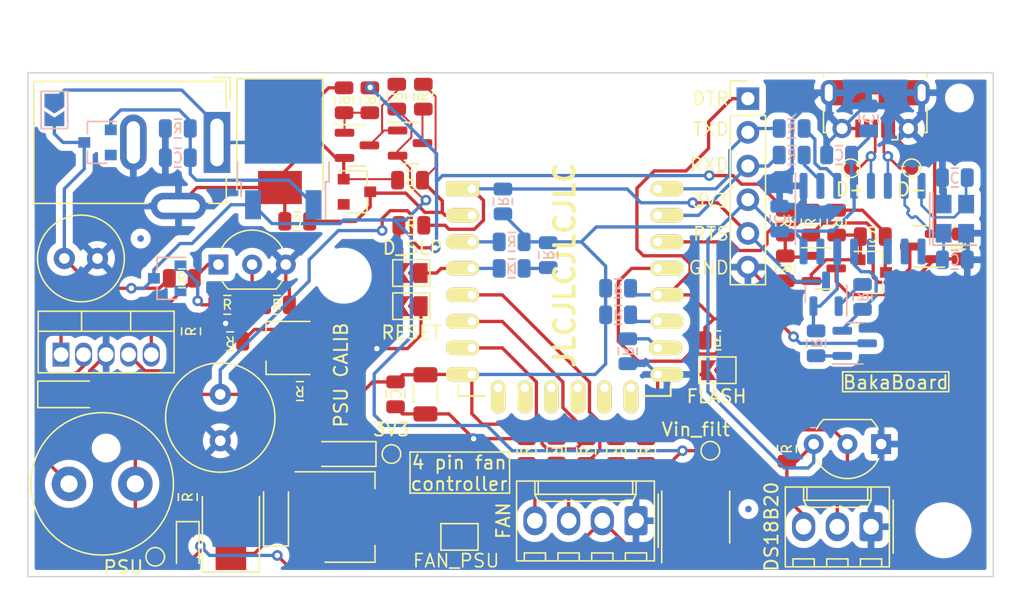
<source format=kicad_pcb>
(kicad_pcb (version 20211014) (generator pcbnew)
  (layers (0 "F.Cu" signal) (31 "B.Cu" signal) (34 "B.Paste" user) (35 "F.Paste" user) (36 "B.SilkS" user "B.Silkscreen") (37 "F.SilkS" user "F.Silkscreen") (38 "B.Mask" user) (39 "F.Mask" user) (44 "Edge.Cuts" user))
  (net 0 "")
  (net 1 "GND")
  (net 2 "/Vin")
  (net 3 "/PWM")
  (net 4 "/RPM")
  (net 5 "/PWMpin")
  (net 6 "/oneWire")
  (net 7 "/V_MON")
  (net 8 "/3V3")
  (net 9 "/USB_sense")
  (net 10 "/POW_EN")
  (net 11 "/FAN_POW")
  (net 12 "Net-(Q3-Pad1)")
  (net 13 "Net-(D4-Pad2)")
  (net 14 "/XTAL_N")
  (net 15 "/Vin_filt")
  (net 16 "/PSU")
  (net 17 "/XTAL_P")
  (net 18 "Net-(D6-Pad1)")
  (net 19 "Net-(D8-Pad2)")
  (net 20 "/GPIO16")
  (net 21 "/USB_P")
  (net 22 "/USB_5V")
  (net 23 "/USB_N")
  (net 24 "/GPIO0")
  (net 25 "/nRST")
  (net 26 "Net-(R18-Pad1)")
  (net 27 "Net-(Q3-Pad2)")
  (net 28 "Net-(R10-Pad2)")
  (net 29 "Net-(R11-Pad2)")
  (net 30 "Net-(C2-Pad1)")
  (net 31 "Net-(JP3-Pad1)")
  (net 32 "Net-(Q6-Pad1)")
  (net 33 "Net-(R19-Pad1)")
  (net 34 "Net-(JP4-Pad2)")
  (net 35 "Net-(Q2-Pad1)")
  (net 36 "/GPIO2")
  (net 37 "/EN")
  (net 38 "/GPIO15")
  (net 45 "Net-(Q2-Pad3)")
  (net 46 "Net-(R11-Pad1)")
  (net 47 "Net-(R10-Pad1)")
  (net 48 "Net-(R12-Pad1)")
  (net 49 "Net-(R13-Pad1)")
  (net 56 "Net-(C10-Pad1)")
  (net 57 "Net-(R2-Pad2)")
  (net 58 "Net-(R14-Pad2)")
  (net 59 "Net-(Q5-Pad3)")
  (net 60 "Net-(Q8-Pad3)")
  (net 61 "/RXD0")
  (net 62 "/TXD0")
  (footprint "Diode_SMD:D_SOD-123" (layer "F.Cu") (at 146 81.25)
    (fp_text reference "D6")
    (fp_text value "RB160M")
  )
  (footprint "agro-footprint:RES_0805" (layer "F.Cu") (at 154.6 72.5)
    (fp_text reference "R9" hide)
    (fp_text value "47k")
  )
  (footprint "Package_TO_SOT_THT:TO-220-5_Vertical" (layer "F.Cu") (at 145.5 78.25)
    (fp_text reference "U3" hide)
    (fp_text value "LM2575BT-ADJ")
  )
  (footprint "agro-footprint:RES_0805" (layer "F.Cu") (at 155.3 76.5 90)
    (fp_text reference "R18" hide)
    (fp_text value "1k1 1%")
  )
  (footprint "agro-footprint:RES_0805" (layer "F.Cu") (at 158.03 74.5)
    (fp_text reference "R7" hide)
    (fp_text value "10k")
  )
  (footprint "agro-footprint:RES_0805" (layer "F.Cu") (at 172.8 58.8 90)
    (fp_text reference "R4" hide)
    (fp_text value "6k8")
  )
  (footprint "agro-footprint:RES_0805" (layer "F.Cu") (at 200.2 85.36 90)
    (fp_text reference "R6" hide)
    (fp_text value "4k7")
  )
  (footprint "Diode_SMD:D_SMB" (layer "F.Cu") (at 158.3 91.1 90)
    (fp_text reference "D7")
    (fp_text value "10BQ015")
  )
  (footprint "Connector_Molex:Molex_KK-254_AE-6410-03A_1x03_P2.54mm_Vertical" (layer "F.Cu") (at 206.54 91.23 180)
    (fp_text reference "J3")
    (fp_text value "Conn_01x03")
  )
  (footprint "Package_TO_SOT_THT:TO-92_Inline_Wide" (layer "F.Cu") (at 157.36 71.46)
    (fp_text reference "Q3")
    (fp_text value "BC547")
  )
  (footprint "Connector_USB:USB_Micro-B_Molex-105017-0001" (layer "F.Cu") (at 206.855 59.7375 180)
    (fp_text reference "J1")
    (fp_text value "USB_B_Micro")
  )
  (footprint "agro-footprint:RES_0805" (layer "F.Cu") (at 158.25 77.25 180)
    (fp_text reference "R19" hide)
    (fp_text value "3k3 1%")
  )
  (footprint "Connector_BarrelJack:BarrelJack_GCT_DCJ200-10-A_Horizontal" (layer "F.Cu") (at 157.25 62.25 -90)
    (fp_text reference "J2")
    (fp_text value "Barrel_Jack_Switch")
  )
  (footprint "Capacitor_THT:C_Radial_D6.3mm_H11.0mm_P2.50mm" (layer "F.Cu") (at 145.75 71)
    (fp_text reference "C4" hide)
    (fp_text value "47u")
  )
  (footprint "Jumper:SolderJumper-2_P1.3mm_Open_TrianglePad1.0x1.5mm" (layer "F.Cu") (at 175.525 92)
    (fp_text reference "JP2" hide)
    (fp_text value "SolderJumper_2_Open")
  )
  (footprint "Inductor_THT:L_Radial_D10.5mm_P5.00mm_Abacron_AISR-01" (layer "F.Cu") (at 151.1 88 180)
    (fp_text reference "L1" hide)
    (fp_text value "470u")
  )
  (footprint "fanControl:BRCS4484" (layer "F.Cu") (at 193.33 90.5 90)
    (fp_text reference "Q6")
    (fp_text value "BRCS4484")
  )
  (footprint "Connector_Molex:Molex_KK-254_AE-6410-04A_1x04_P2.54mm_Vertical" (layer "F.Cu") (at 188.83 90.78 180)
    (fp_text reference "J5")
    (fp_text value "Conn_01x04")
  )
  (footprint "agro-footprint:RES_0805" (layer "F.Cu") (at 171.8 65.1 180)
    (fp_text reference "R5" hide)
    (fp_text value "1k1")
  )
  (footprint "ESP8266:ESP-12E" (layer "F.Cu") (at 176.45875 65.75)
    (fp_text reference "U5")
    (fp_text value "ESP-12E" hide)
  )
  (footprint "Capacitor_THT:C_Radial_D8.0mm_H11.5mm_P3.50mm" (layer "F.Cu") (at 157.5 81.25 -90)
    (fp_text reference "C8")
    (fp_text value "470u")
  )
  (footprint "Package_TO_SOT_SMD:SOT-223-3_TabPin2" (layer "F.Cu") (at 167.25 90.5)
    (fp_text reference "U4")
    (fp_text value "LM1117")
  )
  (footprint "Capacitor_Tantalum_SMD:CP_EIA-3216-18_Kemet-A_Pad1.58x1.35mm_HandSolder" (layer "F.Cu") (at 166.75 85.75 180)
    (fp_text reference "C12")
    (fp_text value "10u 10V")
  )
  (footprint "agro-footprint:RES_0805" (layer "F.Cu") (at 189.58 85.53 90)
    (fp_text reference "R30" hide)
    (fp_text value "100k")
  )
  (footprint "fanControl:pot" (layer "F.Cu") (at 163.25 77.75 90)
    (fp_text reference "RV1")
    (fp_text value "1k")
  )
  (footprint "Connector_PinHeader_2.54mm:PinHeader_1x06_P2.54mm_Vertical" (layer "F.Cu") (at 197.26 58.95)
    (fp_text reference "J4" hide)
    (fp_text value "Conn_01x06")
  )
  (footprint "Fiducial:Fiducial_0.5mm_Mask1.5mm" (layer "F.Cu") (at 200.6 58.7)
    (fp_text reference "FID1")
    (fp_text value "Fiducial")
  )
  (footprint "Fiducial:Fiducial_0.5mm_Mask1.5mm" (layer "F.Cu") (at 159.9 82.9)
    (fp_text reference "FID3")
    (fp_text value "Fiducial")
  )
  (footprint "MountingHole:MountingHole_3.2mm_M3" (layer "F.Cu") (at 212 91.5)
    (fp_text reference "H1")
    (fp_text value "MountingHole")
  )
  (footprint "Capacitor_SMD:C_1206_3216Metric" (layer "F.Cu") (at 172.95875 81.25 -90)
    (fp_text reference "C9")
    (fp_text value "100u")
  )
  (footprint "Package_TO_SOT_THT:TO-92_Inline_Wide" (layer "F.Cu") (at 207.3 85 180)
    (fp_text reference "U1")
    (fp_text value "DS18B20")
  )
  (footprint "TestPoint:TestPoint_Pad_D1.0mm" (layer "F.Cu") (at 152.6 93.5)
    (fp_text reference "TP2")
    (fp_text value "TestPoint")
  )
  (footprint "TestPoint:TestPoint_Pad_D1.0mm" (layer "F.Cu") (at 170.4 85.75)
    (fp_text reference "TP3")
    (fp_text value "TestPoint")
  )
  (footprint "Diode_SMD:D_SMC" (layer "F.Cu") (at 162 62.25 -90)
    (fp_text reference "D1")
    (fp_text value "SMCJ36CA")
  )
  (footprint "TestPoint:TestPoint_Pad_D1.0mm" (layer "F.Cu") (at 194.43 85.5)
    (fp_text reference "TP1")
    (fp_text value "TestPoint")
  )
  (footprint "Jumper:SolderJumper-2_P1.3mm_Open_TrianglePad1.0x1.5mm" (layer "F.Cu") (at 171.9 72.1 180)
    (fp_text reference "JP4")
    (fp_text value "SolderJumper_2_Open")
  )
  (footprint "Jumper:SolderJumper-2_P1.3mm_Open_TrianglePad1.0x1.5mm" (layer "F.Cu") (at 171.9 74.6 180)
    (fp_text reference "JP5")
    (fp_text value "SolderJumper_2_Open")
  )
  (footprint "Diode_SMD:D_SOT-23_ANK" (layer "F.Cu") (at 167.8 65.970577)
    (fp_text reference "D3")
    (fp_text value "BZX84C3V6")
  )
  (footprint "Jumper:SolderJumper-2_P1.3mm_Open_TrianglePad1.0x1.5mm" (layer "F.Cu") (at 194.9625 79.43125 180)
    (fp_text reference "JP3")
    (fp_text value "SolderJumper_2_Open")
  )
  (footprint "agro-footprint:RES_0805" (layer "F.Cu") (at 182.83 85.5 -90)
    (fp_text reference "R31")
    (fp_text value "1k")
  )
  (footprint "Diode_SMD:D_SOT-23_ANK" (layer "F.Cu") (at 206.675 72.05)
    (fp_text reference "D5")
    (fp_text value "BZX84C3V6")
  )
  (footprint "MountingHole:MountingHole_3.2mm_M3" (layer "F.Cu") (at 166.8 72.3)
    (fp_text reference "H2")
    (fp_text value "MountingHole")
  )
  (footprint "agro-footprint:RES_0805" (layer "F.Cu") (at 213.33 70.1 90)
    (fp_text reference "R16")
    (fp_text value "100k")
  )
  (footprint "agro-footprint:RES_0805" (layer "F.Cu") (at 155.05 89 90)
    (fp_text reference "R34")
    (fp_text value "10k")
  )
  (footprint "agro-footprint:RES_0805" (layer "F.Cu") (at 166.83 59.070577 -90)
    (fp_text reference "R35")
    (fp_text value "100k")
  )
  (footprint "Package_TO_SOT_SMD:SOT-23" (layer "F.Cu") (at 210.4 70.1 180)
    (fp_text reference "Q8")
    (fp_text value "BSS84")
  )
  (footprint "agro-footprint:RES_0805" (layer "F.Cu") (at 202 68.3 90)
    (fp_text reference "R17")
    (fp_text value "3k6")
  )
  (footprint "agro-footprint:RES_0805" (layer "F.Cu") (at 163.5 81 180)
    (fp_text reference "R20")
    (fp_text value "1k")
  )
  (footprint "Diode_SMD:D_SOD-323_HandSoldering" (layer "F.Cu") (at 155.05 92.75 -90)
    (fp_text reference "D9")
    (fp_text value "CUS10S30")
  )
  (footprint "Package_TO_SOT_SMD:SOT-23" (layer "F.Cu") (at 202.975 71.75)
    (fp_text reference "Q5")
    (fp_text value "BC847B")
  )
  (footprint "agro-footprint:RES_0805" (layer "F.Cu") (at 185.08 85.53 90)
    (fp_text reference "R32")
    (fp_text value "1k")
  )
  (footprint "fanControl:JLC_toolinghole" (layer "F.Cu") (at 148.9 85.3)
    (fp_text reference "H4")
    (fp_text value "ToolingHole")
  )
  (footprint "agro-footprint:CAP_0805" (layer "F.Cu") (at 206.675 69.35 180)
    (fp_text reference "C14")
    (fp_text value "10n 50V")
  )
  (footprint "TestPoint:TestPoint_Pad_D1.0mm" (layer "F.Cu") (at 209.6 64.2)
    (fp_text reference "TP5")
    (fp_text value "TestPoint")
  )
  (footprint "agro-footprint:RES_0805" (layer "F.Cu") (at 161.77 74.5)
    (fp_text reference "R8")
    (fp_text value "10k")
  )
  (footprint "agro-footprint:RES_0805" (layer "F.Cu") (at 171.9 68.5)
    (fp_text reference "R28")
    (fp_text value "470R")
  )
  (footprint "fanControl:JLC_toolinghole" (layer "F.Cu") (at 213.2 58.9)
    (fp_text reference "H3")
    (fp_text value "ToolingHole")
  )
  (footprint "Package_TO_SOT_SMD:SOT-23" (layer "F.Cu") (at 171.8 62.3)
    (fp_text reference "Q2")
    (fp_text value "BSS84")
  )
  (footprint "agro-footprint:RES_0805" (layer "F.Cu") (at 180.58 85.53 90)
    (fp_text reference "R33")
    (fp_text value "100k")
  )
  (footprint "agro-footprint:RES_0805" (layer "F.Cu") (at 194.9625 77.18125 180)
    (fp_text reference "R26")
    (fp_text value "470R")
  )
  (footprint "agro-footprint:RES_0805" (layer "F.Cu") (at 200.075 68.3 -90)
    (fp_text reference "R14")
    (fp_text value "1k")
  )
  (footprint "agro-footprint:CAP_0805" (layer "F.Cu") (at 170.70875 81.25 -90)
    (fp_text reference "C11")
    (fp_text value "100n")
  )
  (footprint "Package_TO_SOT_SMD:SOT-23" (layer "F.Cu") (at 167.8 62.470577)
    (fp_text reference "Q7")
    (fp_text value "BC847B")
  )
  (footprint "agro-footprint:RES_0805" (layer "F.Cu") (at 168.77 59.070577 -90)
    (fp_text reference "R2")
    (fp_text value "1k")
  )
  (footprint "agro-footprint:RES_0805" (layer "F.Cu") (at 200.075 71.75 -90)
    (fp_text reference "R15")
    (fp_text value "100k")
  )
  (footprint "agro-footprint:RES_0805" (layer "F.Cu") (at 187.33 85.53 -90)
    (fp_text reference "R29")
    (fp_text value "1k")
  )
  (footprint "agro-footprint:RES_0805" (layer "F.Cu") (at 203.945 68.3 -90)
    (fp_text reference "R36")
    (fp_text value "6k8")
  )
  (footprint "agro-footprint:CAP_0805" (layer "F.Cu") (at 163.3 68.2 180)
    (fp_text reference "C13")
    (fp_text value "10n 50V")
  )
  (footprint "agro-footprint:RES_0805" (layer "F.Cu") (at 170.8 58.8 -90)
    (fp_text reference "R3")
    (fp_text value "100k")
  )
  (footprint "Capacitor_Tantalum_SMD:CP_EIA-3216-18_Kemet-A_Pad1.58x1.35mm_HandSolder" (layer "F.Cu") (at 161.7 90.2 90)
    (fp_text reference "C10")
    (fp_text value "10u 10V")
  )
  (footprint "TestPoint:TestPoint_Pad_D1.0mm" (layer "F.Cu") (at 205 64.2)
    (fp_text reference "TP4")
    (fp_text value "TestPoint")
  )
  (footprint "agro-footprint:CAP_0805" (layer "B.Cu") (at 154.3 63.4 180)
    (fp_text reference "C2")
    (fp_text value "10n 50V")
  )
  (footprint "agro-footprint:RES_0805" (layer "B.Cu") (at 154.3 61.2 180)
    (fp_text reference "R1" hide)
    (fp_text value "1k")
  )
  (footprint "Diode_SMD:D_SOT-23_ANK" (layer "B.Cu") (at 148.25 62.25 180)
    (fp_text reference "D2")
    (fp_text value "BZX84C10L")
  )
  (footprint "Diode_SMD:D_SOT-23_ANK" (layer "B.Cu") (at 153.5 72.5 180)
    (fp_text reference "D4")
    (fp_text value "BZX84C6V8L")
  )
  (footprint "agro-footprint:LED_0805" (layer "B.Cu") (at 179.45875 71.75)
    (fp_text reference "D8")
    (fp_text value "LED")
  )
  (footprint "agro-footprint:CAP_0805" (layer "B.Cu") (at 206.355 60.4375 90)
    (fp_text reference "C6")
    (fp_text value "100n")
  )
  (footprint "agro-footprint:CAP_0805" (layer "B.Cu") (at 199.65 68 90)
    (fp_text reference "C5")
    (fp_text value "10u")
  )
  (footprint "agro-footprint:CAP_0805" (layer "B.Cu") (at 212.855 71.1 180)
    (fp_text reference "C1")
    (fp_text value "22p")
  )
  (footprint "agro-footprint:RES_0805" (layer "B.Cu") (at 200.56 63.2 180)
    (fp_text reference "R12")
    (fp_text value "470R")
  )
  (footprint "Package_SO:SOIC-16_3.9x9.9mm_P1.27mm" (layer "B.Cu") (at 205.9 68 -90)
    (fp_text reference "U2")
    (fp_text value "CH340B")
  )
  (footprint "Crystal:Crystal_SMD_3225-4Pin_3.2x2.5mm" (layer "B.Cu") (at 212.855 68 90)
    (fp_text reference "Y1")
    (fp_text value "12M")
  )
  (footprint "Jumper:SolderJumper-2_P1.3mm_Open_TrianglePad1.0x1.5mm" (layer "B.Cu") (at 145 59.8 -90)
    (fp_text reference "JP1")
    (fp_text value "SolderJumper_2_Open")
  )
  (footprint "agro-footprint:RES_0805" (layer "B.Cu") (at 182.20875 70.75 90)
    (fp_text reference "R27")
    (fp_text value "470R")
  )
  (footprint "Fiducial:Fiducial_0.5mm_Mask1.5mm" (layer "B.Cu") (at 151.5 69.5 180)
    (fp_text reference "FID4")
    (fp_text value "Fiducial")
  )
  (footprint "agro-footprint:RES_0805" (layer "B.Cu") (at 178.8 66.7 90)
    (fp_text reference "R24")
    (fp_text value "10k")
  )
  (footprint "Package_TO_SOT_SMD:SOT-23" (layer "B.Cu") (at 205.31 77.4025)
    (fp_text reference "Q9")
    (fp_text value "BC847B")
  )
  (footprint "agro-footprint:RES_0805" (layer "B.Cu") (at 200.56 61.2 180)
    (fp_text reference "R13")
    (fp_text value "470R")
  )
  (footprint "agro-footprint:CAP_0805" (layer "B.Cu") (at 212.855 64.9)
    (fp_text reference "C3")
    (fp_text value "22p")
  )
  (footprint "agro-footprint:RES_0805" (layer "B.Cu") (at 187.47875 75.25)
    (fp_text reference "R22")
    (fp_text value "10k")
  )
  (footprint "Package_TO_SOT_SMD:TO-252-2" (layer "B.Cu") (at 162.25 62.75 90)
    (fp_text reference "Q1")
    (fp_text value "FDD4243")
  )
  (footprint "agro-footprint:RES_0805" (layer "B.Cu") (at 179.45875 69.75 180)
    (fp_text reference "R23")
    (fp_text value "10k")
  )
  (footprint "agro-footprint:RES_0805" (layer "B.Cu") (at 205.9 73.9025 90)
    (fp_text reference "R10")
    (fp_text value "10k")
  )
  (footprint "Fiducial:Fiducial_0.5mm_Mask1.5mm" (layer "B.Cu") (at 197.3 89.9 180)
    (fp_text reference "FID2")
    (fp_text value "Fiducial")
  )
  (footprint "agro-footprint:RES_0805" (layer "B.Cu") (at 202.4 77.4025 90)
    (fp_text reference "R11")
    (fp_text value "10k")
  )
  (footprint "Package_TO_SOT_SMD:SOT-23" (layer "B.Cu") (at 203.15 73.6625 90)
    (fp_text reference "Q4")
    (fp_text value "BC847B")
  )
  (footprint "agro-footprint:CAP_0805" (layer "B.Cu") (at 204.135 63.2 180)
    (fp_text reference "C7")
    (fp_text value "100n")
  )
  (footprint "agro-footprint:RES_0805" (layer "B.Cu") (at 188.20875 78 90)
    (fp_text reference "R25")
    (fp_text value "10k")
  )
  (footprint "agro-footprint:RES_0805" (layer "B.Cu") (at 187.47875 73.25)
    (fp_text reference "R21")
    (fp_text value "10k")
  )
  (gr_line (start 204.4 81.05) (end 204.4 79.55) (layer "F.SilkS") (width 0.12))
  (gr_line (start 212.4 79.55) (end 212.4 81.05) (layer "F.SilkS") (width 0.12))
  (gr_line (start 171.8 88.7) (end 171.8 85.6) (layer "F.SilkS") (width 0.12))
  (gr_line (start 179.3 88.7) (end 171.8 88.7) (layer "F.SilkS") (width 0.12))
  (gr_line (start 171.8 85.6) (end 179.3 85.6) (layer "F.SilkS") (width 0.12))
  (gr_line (start 212.4 81.05) (end 204.4 81.05) (layer "F.SilkS") (width 0.12))
  (gr_rect (start 204.4 79.55) (end 212.4 79.55) (layer "F.SilkS") (width 0.12) (fill none))
  (gr_line (start 179.3 85.6) (end 179.3 88.7) (layer "F.SilkS") (width 0.12))
  (gr_line (start 215.75 57) (end 215.75 95) (layer "Edge.Cuts") (width 0.1))
  (gr_line (start 143 57) (end 215.75 57) (layer "Edge.Cuts") (width 0.1))
  (gr_line (start 143 95) (end 143 57) (layer "Edge.Cuts") (width 0.1))
  (gr_line (start 215.75 95) (end 143 95) (layer "Edge.Cuts") (width 0.1))
  (gr_text "4 pin fan\ncontroller" (at 175.5 87.2) (layer "F.SilkS") (effects (font (size 1 1))))
  (gr_text "JLCJLCJLCJLC" (at 183.45875 71.5 90) (layer "F.SilkS") (effects (font (size 1.5 1.5) (thickness 0.3))))
  (gr_text "BakaBoard" (at 208.4 80.35) (layer "F.SilkS") (effects (font (size 1 1))))
  (segment (start 204.355 61.2) (end 205.555 61.2) (width 0.25) (layer "F.Cu") (net 1))
  (segment (start 203.945 69.2375) (end 205.625 69.2375) (width 0.25) (layer "F.Cu") (net 1))
  (segment (start 170.8625 65.1) (end 170.783077 65.020577) (width 0.15) (layer "F.Cu") (net 1))
  (segment (start 162.8 88.2) (end 164.1 88.2) (width 0.25) (layer "F.Cu") (net 1))
  (segment (start 164.1 88.2) (end 164.1 86.9625) (width 0.25) (layer "F.Cu") (net 1))
  (segment (start 175.4 83.4) (end 176.5925 84.5925) (width 0.25) (layer "F.Cu") (net 1))
  (segment (start 198.2975 72.6875) (end 197.26 71.65) (width 0.25) (layer "F.Cu") (net 1))
  (segment (start 156.7 75.9) (end 157.9 75.9) (width 0.25) (layer "F.Cu") (net 1))
  (segment (start 157.5 84.75) (end 161.5125 88.7625) (width 0.25) (layer "F.Cu") (net 1))
  (segment (start 166.8 65.020577) (end 166.8 63.483077) (width 0.25) (layer "F.Cu") (net 1))
  (segment (start 164.1 86.9625) (end 165.3125 85.75) (width 0.25) (layer "F.Cu") (net 1))
  (segment (start 165.666923 58.133077) (end 164.8 59) (width 0.25) (layer "F.Cu") (net 1))
  (segment (start 172.95875 82.725) (end 171.24625 82.725) (width 0.25) (layer "F.Cu") (net 1))
  (segment (start 172.95875 82.725) (end 174.725 82.725) (width 0.25) (layer "F.Cu") (net 1))
  (segment (start 190.45875 79.75) (end 193.91875 79.75) (width 0.25) (layer "F.Cu") (net 1))
  (segment (start 176.5925 84.5925) (end 180.58 84.5925) (width 0.25) (layer "F.Cu") (net 1))
  (segment (start 166.83 58.133077) (end 165.666923 58.133077) (width 0.25) (layer "F.Cu") (net 1))
  (segment (start 172.625 74.6) (end 172.625 76.775) (width 0.25) (layer "F.Cu") (net 1))
  (segment (start 162.44 71.46) (end 162.44 72.74) (width 0.25) (layer "F.Cu") (net 1))
  (segment (start 200.075 72.6875) (end 198.2975 72.6875) (width 0.25) (layer "F.Cu") (net 1))
  (segment (start 162 65.65) (end 155.75 65.65) (width 0.25) (layer "F.Cu") (net 1))
  (segment (start 155.05 87.2) (end 157.5 84.75) (width 0.25) (layer "F.Cu") (net 1))
  (segment (start 171.6 77.8) (end 169.3 77.8) (width 0.25) (layer "F.Cu") (net 1))
  (segment (start 162 65.65) (end 162 64.8) (width 0.25) (layer "F.Cu") (net 1))
  (segment (start 202.0375 72.216428) (end 203.153928 71.1) (width 0.25) (layer "F.Cu") (net 1))
  (segment (start 200.075 72.6875) (end 200.1875 72.8) (width 0.25) (layer "F.Cu") (net 1))
  (segment (start 161.7 88.7625) (end 162.2375 88.7625) (width 0.25) (layer "F.Cu") (net 1))
  (segment (start 174.725 82.725) (end 175.4 83.4) (width 0.25) (layer "F.Cu") (net 1))
  (segment (start 203.153928 71.1) (end 205.675 71.1) (width 0.25) (layer "F.Cu") (net 1))
  (segment (start 172.625 76.775) (end 171.6 77.8) (width 0.25) (layer "F.Cu") (net 1))
  (segment (start 162.7075 73.0075) (end 162.7075 74.5) (width 0.25) (layer "F.Cu") (net 1))
  (segment (start 155.3 75.5625) (end 156.3625 75.5625) (width 0.25) (layer "F.Cu") (net 1))
  (segment (start 203.355 58.5) (end 210.355 58.5) (width 0.25) (layer "F.Cu") (net 1))
  (segment (start 162.2375 88.7625) (end 162.8 88.2) (width 0.25) (layer "F.Cu") (net 1))
  (segment (start 205.7375 69.35) (end 205.7375 71.0375) (width 0.25) (layer "F.Cu") (net 1))
  (segment (start 162 64.8) (end 164.8 62) (width 0.25) (layer "F.Cu") (net 1))
  (segment (start 162.3625 68.2) (end 162.3625 66.0125) (width 0.25) (layer "F.Cu") (net 1))
  (segment (start 193.91875 79.75) (end 194.2375 79.43125) (width 0.25) (layer "F.Cu") (net 1))
  (segment (start 155.05 88.0625) (end 155.05 87.2) (width 0.25) (layer "F.Cu") (net 1))
  (segment (start 171.24625 82.725) (end 170.70875 82.1875) (width 0.25) (layer "F.Cu") (net 1))
  (segment (start 162.44 72.74) (end 162.7075 73.0075) (width 0.25) (layer "F.Cu") (net 1))
  (segment (start 200.1875 72.8) (end 202.0375 72.8) (width 0.25) (layer "F.Cu") (net 1))
  (segment (start 205.625 69.2375) (end 205.7375 69.35) (width 0.25) (layer "F.Cu") (net 1))
  (segment (start 205.7375 71.0375) (end 205.675 71.1) (width 0.25) (layer "F.Cu") (net 1))
  (segment (start 166.8625 63.420577) (end 166.220577 63.420577) (width 0.25) (layer "F.Cu") (net 1))
  (segment (start 147.65 81.25) (end 147.65 79.5) (width 0.25) (layer "F.Cu") (net 1))
  (segment (start 164.8 62) (end 164.8 59) (width 0.25) (layer "F.Cu") (net 1))
  (segment (start 202.0375 72.8) (end 202.0375 72.216428) (width 0.25) (layer "F.Cu") (net 1))
  (segment (start 190.45875 79.75) (end 190.45875 83.71375) (width 0.25) (layer "F.Cu") (net 1))
  (segment (start 147.65 79.5) (end 148.9 78.25) (width 0.25) (layer "F.Cu") (net 1))
  (segment (start 170.783077 65.020577) (end 166.8 65.020577) (width 0.15) (layer "F.Cu") (net 1))
  (segment (start 161.5125 88.7625) (end 161.7 88.7625) (width 0.25) (layer "F.Cu") (net 1))
  (segment (start 162.3625 66.0125) (end 162 65.65) (width 0.25) (layer "F.Cu") (net 1))
  (segment (start 166.220577 63.420577) (end 164.8 62) (width 0.25) (layer "F.Cu") (net 1))
  (segment (start 156.3625 75.5625) (end 156.7 75.9) (width 0.25) (layer "F.Cu") (net 1))
  (segment (start 190.45875 83.71375) (end 189.58 84.5925) (width 0.25) (layer "F.Cu") (net 1))
  (segment (start 166.8 63.483077) (end 166.8625 63.420577) (width 0.25) (layer "F.Cu") (net 1))
  (segment (start 155.75 65.65) (end 154.35 67.05) (width 0.25) (layer "F.Cu") (net 1))
  (via (at 169.3 77.8) (size 0.8) (drill 0.4) (layers "F.Cu" "B.Cu") (net 1))
  (via (at 157.9 75.9) (size 0.8) (drill 0.4) (layers "F.Cu" "B.Cu") (net 1))
  (via (at 176.5925 84.5925) (size 0.8) (drill 0.4) (layers "F.Cu" "B.Cu") (net 1))
  (segment (start 203.355 58.5) (end 202.693845 58.5) (width 0.25) (layer "B.Cu") (net 1))
  (segment (start 203.1975 63.2) (end 203.1975 62.3575) (width 0.25) (layer "B.Cu") (net 1))
  (segment (start 200.6 64.6) (end 199.65 65.55) (width 0.25) (layer "B.Cu") (net 1))
  (segment (start 213.705 69.1) (end 213.705 71.0125) (width 0.25) (layer "B.Cu") (net 1))
  (segment (start 189.64625 78.9375) (end 190.45875 79.75) (width 0.25) (layer "B.Cu") (net 1))
  (segment (start 201.455 66.545) (end 201.455 65.525) (width 0.25) (layer "B.Cu") (net 1))
  (segment (start 202.693845 58.5) (end 200.6 60.593845) (width 0.25) (layer "B.Cu") (net 1))
  (segment (start 199.65 65.55) (end 199.65 67.0625) (width 0.25) (layer "B.Cu") (net 1))
  (segment (start 188.20875 78.9375) (end 189.64625 78.9375) (width 0.25) (layer "B.Cu") (net 1))
  (segment (start 199.65 67.0625) (end 200.9375 67.0625) (width 0.25) (layer "B.Cu") (net 1))
  (segment (start 212.005 66.9) (end 212.005 64.9875) (width 0.25) (layer "B.Cu") (net 1))
  (segment (start 204.355 61.2) (end 206.055 59.5) (width 0.25) (layer "B.Cu") (net 1))
  (segment (start 200.9375 67.0625) (end 201.455 66.545) (width 0.25) (layer "B.Cu") (net 1))
  (segment (start 212.005 64.9875) (end 211.9175 64.9) (width 0.25) (layer "B.Cu") (net 1))
  (segment (start 200.6 60.593845) (end 200.6 64.6) (width 0.25) (layer "B.Cu") (net 1))
  (segment (start 213.705 71.0125) (end 213.7925 71.1) (width 0.25) (layer "B.Cu") (net 1))
  (segment (start 203.1975 62.3575) (end 204.355 61.2) (width 0.25) (layer "B.Cu") (net 1))
  (segment (start 206.055 59.5) (end 206.355 59.5) (width 0.25) (layer "B.Cu") (net 1))
  (segment (start 157.25 62.25) (end 161.5 62.25) (width 0.25) (layer "F.Cu") (net 2))
  (segment (start 161.5 62.25) (end 162 61.75) (width 0.25) (layer "F.Cu") (net 2))
  (segment (start 162 61.75) (end 162 58.85) (width 0.25) (layer "F.Cu") (net 2))
  (segment (start 154.6 58.3) (end 145.775 58.3) (width 0.25) (layer "B.Cu") (net 2))
  (segment (start 145.775 58.3) (end 145 59.075) (width 0.25) (layer "B.Cu") (net 2))
  (segment (start 157.25 60.95) (end 154.6 58.3) (width 0.25) (layer "B.Cu") (net 2))
  (segment (start 157.25 62.25) (end 157.25 60.95) (width 0.25) (layer "B.Cu") (net 2))
  (segment (start 157.25 62.25) (end 160.65 62.25) (width 0.25) (layer "B.Cu") (net 2))
  (segment (start 160.65 62.25) (end 162.25 60.65) (width 0.25) (layer "B.Cu") (net 2))
  (segment (start 180.58 86.4675) (end 181.21 87.0975) (width 0.25) (layer "F.Cu") (net 3))
  (segment (start 182.83 86.4375) (end 180.61 86.4375) (width 0.25) (layer "F.Cu") (net 3))
  (segment (start 180.61 86.4375) (end 180.58 86.4675) (width 0.25) (layer "F.Cu") (net 3))
  (segment (start 181.21 87.0975) (end 181.21 90.78) (width 0.25) (layer "F.Cu") (net 3))
  (segment (start 178.75 75.75) (end 176.45875 75.75) (width 0.25) (layer "F.Cu") (net 4))
  (segment (start 186.10452 85.44298) (end 186.10452 84.10452) (width 0.25) (layer "F.Cu") (net 4))
  (segment (start 185.08 86.4675) (end 183.75 87.7975) (width 0.25) (layer "F.Cu") (net 4))
  (segment (start 185.08 86.4675) (end 186.10452 85.44298) (width 0.25) (layer "F.Cu") (net 4))
  (segment (start 183.32327 80.32327) (end 178.75 75.75) (width 0.25) (layer "F.Cu") (net 4))
  (segment (start 186.10452 84.10452) (end 185.5 83.5) (width 0.25) (layer "F.Cu") (net 4))
  (segment (start 185.5 83.5) (end 184.561992 83.5) (width 0.25) (layer "F.Cu") (net 4))
  (segment (start 183.32327 82.261278) (end 183.32327 80.32327) (width 0.25) (layer "F.Cu") (net 4))
  (segment (start 184.561992 83.5) (end 183.32327 82.261278) (width 0.25) (layer "F.Cu") (net 4))
  (segment (start 183.75 87.7975) (end 183.75 90.78) (width 0.25) (layer "F.Cu") (net 4))
  (segment (start 181.32327 80.32327) (end 178.75 77.75) (width 0.25) (layer "F.Cu") (net 5))
  (segment (start 182.83 84.5625) (end 181.32327 83.05577) (width 0.25) (layer "F.Cu") (net 5))
  (segment (start 178.75 77.75) (end 176.45875 77.75) (width 0.25) (layer "F.Cu") (net 5))
  (segment (start 181.32327 83.05577) (end 181.32327 80.32327) (width 0.25) (layer "F.Cu") (net 5))
  (segment (start 197 76.4) (end 197 82.2) (width 0.25) (layer "F.Cu") (net 6))
  (segment (start 194.79423 78.20577) (end 195 78) (width 0.25) (layer "F.Cu") (net 6))
  (segment (start 188.5 71.75) (end 187.5 72.75) (width 0.25) (layer "F.Cu") (net 6))
  (segment (start 204.76 85) (end 203.685489 83.925489) (width 0.25) (layer "F.Cu") (net 6))
  (segment (start 192.83904 78.20577) (end 194.79423 78.20577) (width 0.25) (layer "F.Cu") (net 6))
  (segment (start 195 76.5) (end 195.5 76) (width 0.25) (layer "F.Cu") (net 6))
  (segment (start 204.76 85) (end 204.76 87.74) (width 0.25) (layer "F.Cu") (net 6))
  (segment (start 200.697011 83.925489) (end 200.2 84.4225) (width 0.25) (layer "F.Cu") (net 6))
  (segment (start 197 82.2) (end 199.2225 84.4225) (width 0.25) (layer "F.Cu") (net 6))
  (segment (start 196.6 76) (end 197 76.4) (width 0.25) (layer "F.Cu") (net 6))
  (segment (start 189 78.75) (end 192.29481 78.75) (width 0.25) (layer "F.Cu") (net 6))
  (segment (start 199.2225 84.4225) (end 200.2 84.4225) (width 0.25) (layer "F.Cu") (net 6))
  (segment (start 195.5 76) (end 196.6 76) (width 0.25) (layer "F.Cu") (net 6))
  (segment (start 190.45875 71.75) (end 188.5 71.75) (width 0.25) (layer "F.Cu") (net 6))
  (segment (start 187.5 77.25) (end 189 78.75) (width 0.25) (layer "F.Cu") (net 6))
  (segment (start 195 78) (end 195 76.5) (width 0.25) (layer "F.Cu") (net 6))
  (segment (start 204.76 87.74) (end 204 88.5) (width 0.25) (layer "F.Cu") (net 6))
  (segment (start 204 88.5) (end 204 91.23) (width 0.25) (layer "F.Cu") (net 6))
  (segment (start 192.29481 78.75) (end 192.83904 78.20577) (width 0.25) (layer "F.Cu") (net 6))
  (segment (start 187.5 72.75) (end 187.5 77.25) (width 0.25) (layer "F.Cu") (net 6))
  (segment (start 203.685489 83.925489) (end 200.697011 83.925489) (width 0.25) (layer "F.Cu") (net 6))
  (segment (start 174.45 67.75) (end 176.45875 67.75) (width 0.25) (layer "F.Cu") (net 7))
  (segment (start 174.234239 67.165761) (end 174.234239 67.534239) (width 0.25) (layer "F.Cu") (net 7))
  (segment (start 172.7375 65.169022) (end 174.234239 66.665761) (width 0.25) (layer "F.Cu") (net 7))
  (segment (start 172.92548 67.52548) (end 174.22548 67.52548) (width 0.25) (layer "F.Cu") (net 7))
  (segment (start 171.47452 66.07452) (end 172.92548 67.52548) (width 0.25) (layer "F.Cu") (net 7))
  (segment (start 173.72452 58.78702) (end 173.72452 64.11298) (width 0.15) (layer "F.Cu") (net 7))
  (segment (start 174.234239 66.665761) (end 174.234239 67.165761) (width 0.25) (layer "F.Cu") (net 7))
  (segment (start 173.72452 64.11298) (end 172.7375 65.1) (width 0.15) (layer "F.Cu") (net 7))
  (segment (start 174.234239 67.534239) (end 174.45 67.75) (width 0.25) (layer "F.Cu") (net 7))
  (segment (start 172.8 57.8625) (end 173.72452 58.78702) (width 0.15) (layer "F.Cu") (net 7))
  (segment (start 167.7 68.2) (end 168.8 67.1) (width 0.25) (layer "F.Cu") (net 7))
  (segment (start 164.2375 68.2) (end 167.7 68.2) (width 0.25) (layer "F.Cu") (net 7))
  (segment (start 168.8 65.970577) (end 168.903943 66.07452) (width 0.25) (layer "F.Cu") (net 7))
  (segment (start 174.22548 67.52548) (end 174.234239 67.534239) (width 0.25) (layer "F.Cu") (net 7))
  (segment (start 168.8 67.1) (end 168.8 65.970577) (width 0.25) (layer "F.Cu") (net 7))
  (segment (start 168.903943 66.07452) (end 171.47452 66.07452) (width 0.25) (layer "F.Cu") (net 7))
  (segment (start 168.1875 90.2125) (end 167.9 90.5) (width 0.25) (layer "F.Cu") (net 8))
  (segment (start 168.1875 85.75) (end 168.1875 81.1125) (width 0.25) (layer "F.Cu") (net 8))
  (segment (start 201.46 90.36) (end 200.2 89.1) (width 0.25) (layer "F.Cu") (net 8))
  (segment (start 181.75 84.258845) (end 180.991155 83.5) (width 0.25) (layer "F.Cu") (net 8))
  (segment (start 176.45875 82.70875) (end 176.45875 79.75) (width 0.25) (layer "F.Cu") (net 8))
  (segment (start 167.9 90.5) (end 170.4 90.5) (width 0.25) (layer "F.Cu") (net 8))
  (segment (start 182.138365 85.37452) (end 181.75 84.986155) (width 0.25) (layer "F.Cu") (net 8))
  (segment (start 181.75 84.986155) (end 181.75 84.258845) (width 0.25) (layer "F.Cu") (net 8))
  (segment (start 158.3 88.95) (end 159.85 90.5) (width 0.25) (layer "F.Cu") (net 8))
  (segment (start 172.95875 79.775) (end 171.24625 79.775) (width 0.25) (layer "F.Cu") (net 8))
  (segment (start 164.1 90.5) (end 167.9 90.5) (width 0.25) (layer "F.Cu") (net 8))
  (segment (start 176.45875 79.75) (end 172.98375 79.75) (width 0.25) (layer "F.Cu") (net 8))
  (segment (start 168.1875 85.75) (end 170.4 85.75) (width 0.25) (layer "F.Cu") (net 8))
  (segment (start 180.991155 83.5) (end 177.25 83.5) (width 0.25) (layer "F.Cu") (net 8))
  (segment (start 185.08 84.5925) (end 184.29798 85.37452) (width 0.25) (layer "F.Cu") (net 8))
  (segment (start 168.1875 85.75) (end 168.1875 90.2125) (width 0.25) (layer "F.Cu") (net 8))
  (segment (start 172.98375 79.75) (end 172.95875 79.775) (width 0.25) (layer "F.Cu") (net 8))
  (segment (start 200.9225 86.2975) (end 200.2 86.2975) (width 0.25) (layer "F.Cu") (net 8))
  (segment (start 168.9875 80.3125) (end 170.70875 80.3125) (width 0.25) (layer "F.Cu") (net 8))
  (segment (start 168.1875 81.1125) (end 168.9875 80.3125) (width 0.25) (layer "F.Cu") (net 8))
  (segment (start 202.22 85) (end 200.9225 86.2975) (width 0.25) (layer "F.Cu") (net 8))
  (segment (start 177.25 83.5) (end 176.45875 82.70875) (width 0.25) (layer "F.Cu") (net 8))
  (segment (start 171.24625 79.775) (end 170.70875 80.3125) (width 0.25) (layer "F.Cu") (net 8))
  (segment (start 201.46 91.23) (end 201.46 90.36) (width 0.25) (layer "F.Cu") (net 8))
  (segment (start 159.85 90.5) (end 164.1 90.5) (width 0.25) (layer "F.Cu") (net 8))
  (segment (start 184.29798 85.37452) (end 182.138365 85.37452) (width 0.25) (layer "F.Cu") (net 8))
  (segment (start 200.2 86.2975) (end 200.2 89.1) (width 0.25) (layer "F.Cu") (net 8))
  (segment (start 180.39625 69.75) (end 184.70875 69.75) (width 0.25) (layer "B.Cu") (net 8))
  (segment (start 206.355 61.9175) (end 205.0725 63.2) (width 0.25) (layer "B.Cu") (net 8))
  (segment (start 176.45875 79.75) (end 185.75 79.75) (width 0.25) (layer "B.Cu") (net 8))
  (segment (start 203.6625 68.9375) (end 205.265 67.335) (width 0.25) (layer "B.Cu") (net 8))
  (segment (start 195.20548 68.62452) (end 185.83423 68.62452) (width 0.25) (layer "B.Cu") (net 8))
  (segment (start 194.25 81.05) (end 200 86.8) (width 0.25) (layer "B.Cu") (net 8))
  (segment (start 200.6875 68.9375) (end 201.455 69.705) (width 0.25) (layer "B.Cu") (net 8))
  (segment (start 201.455 69.705) (end 201.455 70.475) (width 0.25) (layer "B.Cu") (net 8))
  (segment (start 180.39625 69.23375) (end 180.39625 69.75) (width 0.25) (layer "B.Cu") (net 8))
  (segment (start 202.22 86.38) (end 202.22 85) (width 0.25) (layer "B.Cu") (net 8))
  (segment (start 184.70875 69.75) (end 186.54125 71.5825) (width 0.25) (layer "B.Cu") (net 8))
  (segment (start 201.8 86.8) (end 202.22 86.38) (width 0.25) (layer "B.Cu") (net 8))
  (segment (start 199.65 68.9375) (end 199.6275 68.9375) (width 0.25) (layer "B.Cu") (net 8))
  (segment (start 194.25 81.05) (end 194.25 69.58) (width 0.25) (layer "B.Cu") (net 8))
  (segment (start 200 86.8) (end 201.8 86.8) (width 0.25) (layer "B.Cu") (net 8))
  (segment (start 186.54125 78.95875) (end 186.54125 75.25) (width 0.25) (layer "B.Cu") (net 8))
  (segment (start 199.6275 68.9375) (end 197.26 66.57) (width 0.25) (layer "B.Cu") (net 8))
  (segment (start 205.265 67.335) (end 205.265 65.525) (width 0.25) (layer "B.Cu") (net 8))
  (segment (start 206.355 61.375) (end 206.355 61.9175) (width 0.25) (layer "B.Cu") (net 8))
  (segment (start 205.0725 65.3325) (end 205.265 65.525) (width 0.25) (layer "B.Cu") (net 8))
  (segment (start 178.8 67.6375) (end 180.39625 69.23375) (width 0.25) (layer "B.Cu") (net 8))
  (segment (start 205.0725 63.2) (end 205.0725 65.3325) (width 0.25) (layer "B.Cu") (net 8))
  (segment (start 186.54125 71.5825) (end 186.54125 73.25) (width 0.25) (layer "B.Cu") (net 8))
  (segment (start 185.75 79.75) (end 186.54125 78.95875) (width 0.25) (layer "B.Cu") (net 8))
  (segment (start 200.6875 68.9375) (end 203.6625 68.9375) (width 0.25) (layer "B.Cu") (net 8))
  (segment (start 199.65 68.9375) (end 200.6875 68.9375) (width 0.25) (layer "B.Cu") (net 8))
  (segment (start 194.25 69.58) (end 195.20548 68.62452) (width 0.25) (layer "B.Cu") (net 8))
  (segment (start 197.26 66.57) (end 195.20548 68.62452) (width 0.25) (layer "B.Cu") (net 8))
  (segment (start 185.83423 68.62452) (end 184.70875 69.75) (width 0.25) (layer "B.Cu") (net 8))
  (segment (start 186.54125 73.25) (end 186.54125 75.25) (width 0.25) (layer "B.Cu") (net 8))
  (segment (start 198.7 69.1) (end 198.7 69.9) (width 0.25) (layer "F.Cu") (net 9))
  (segment (start 207.6125 71.9875) (end 207.675 72.05) (width 0.25) (layer "F.Cu") (net 9))
  (segment (start 199.37452 68.42548) (end 198.7 69.1) (width 0.25) (layer "F.Cu") (net 9))
  (segment (start 198.7 69.9) (end 198.2 70.4) (width 0.25) (layer "F.Cu") (net 9))
  (segment (start 202 67.3625) (end 200.93702 68.42548) (width 0.25) (layer "F.Cu") (net 9))
  (segment (start 200.93702 68.42548) (end 199.37452 68.42548) (width 0.25) (layer "F.Cu") (net 9))
  (segment (start 207.6125 69.35) (end 207.6125 71.9875) (width 0.25) (layer "F.Cu") (net 9))
  (segment (start 203.945 67.3625) (end 205.889373 67.3625) (width 0.25) (layer "F.Cu") (net 9))
  (segment (start 205.889373 67.3625) (end 207.6125 69.085627) (width 0.25) (layer "F.Cu") (net 9))
  (segment (start 202 67.3625) (end 203.945 67.3625) (width 0.25) (layer "F.Cu") (net 9))
  (segment (start 195.95 69.75) (end 190.45875 69.75) (width 0.25) (layer "F.Cu") (net 9))
  (segment (start 196.6 70.4) (end 195.95 69.75) (width 0.25) (layer "F.Cu") (net 9))
  (segment (start 207.6125 69.085627) (end 207.6125 69.35) (width 0.25) (layer "F.Cu") (net 9))
  (segment (start 198.2 70.4) (end 196.6 70.4) (width 0.25) (layer "F.Cu") (net 9))
  (segment (start 187.33 84.5925) (end 185.32327 82.58577) (width 0.25) (layer "F.Cu") (net 10))
  (segment (start 185.32327 82.58577) (end 185.32327 80.32327) (width 0.25) (layer "F.Cu") (net 10))
  (segment (start 185.32327 80.32327) (end 178.75 73.75) (width 0.25) (layer "F.Cu") (net 10))
  (segment (start 178.75 73.75) (end 176.45875 73.75) (width 0.25) (layer "F.Cu") (net 10))
  (segment (start 188.635 93.125) (end 186.29 90.78) (width 0.25) (layer "F.Cu") (net 11))
  (segment (start 178.25 92) (end 179.5 93.25) (width 0.25) (layer "F.Cu") (net 11))
  (segment (start 183.82 93.25) (end 186.29 90.78) (width 0.25) (layer "F.Cu") (net 11))
  (segment (start 193.965 93.125) (end 188.635 93.125) (width 0.25) (layer "F.Cu") (net 11))
  (segment (start 179.5 93.25) (end 183.82 93.25) (width 0.25) (layer "F.Cu") (net 11))
  (segment (start 176.25 92) (end 178.25 92) (width 0.25) (layer "F.Cu") (net 11))
  (segment (start 152.3 75.7375) (end 155.5375 72.5) (width 0.25) (layer "F.Cu") (net 12))
  (segment (start 156.5775 71.46) (end 155.5375 72.5) (width 0.25) (layer "F.Cu") (net 12))
  (segment (start 152.3 78.25) (end 152.3 75.7375) (width 0.25) (layer "F.Cu") (net 12))
  (segment (start 157.36 71.46) (end 156.5775 71.46) (width 0.25) (layer "F.Cu") (net 12))
  (segment (start 157.0925 74.5) (end 156.1 74.5) (width 0.25) (layer "F.Cu") (net 13))
  (segment (start 156.1 74.5) (end 155.8 74.2) (width 0.25) (layer "F.Cu") (net 13))
  (via (at 155.8 74.2) (size 0.8) (drill 0.4) (layers "F.Cu" "B.Cu") (net 13))
  (segment (start 154.5 71.55) (end 155.8 72.85) (width 0.25) (layer "B.Cu") (net 13))
  (segment (start 155.8 72.85) (end 155.8 74.2) (width 0.25) (layer "B.Cu") (net 13))
  (segment (start 209.343599 67.2386) (end 209.075 66.97) (width 0.2) (layer "B.Cu") (net 14))
  (segment (start 209.075 66.97) (end 209.075 65.525) (width 0.2) (layer "B.Cu") (net 14))
  (segment (start 209.538763 67.891971) (end 209.538761 67.89197) (width 0.2) (layer "B.Cu") (net 14))
  (segment (start 209.767867 67.874999) (end 209.767866 67.874999) (width 0.2) (layer "B.Cu") (net 14))
  (segment (start 212.005 69.1) (end 211.205 69.1) (width 0.2) (layer "B.Cu") (net 14))
  (segment (start 212.005 69.1) (end 212.005 71.0125) (width 0.2) (layer "B.Cu") (net 14))
  (segment (start 209.538761 67.89197) (end 209.326628 67.679837) (width 0.2) (layer "B.Cu") (net 14))
  (segment (start 212.005 71.0125) (end 211.9175 71.1) (width 0.2) (layer "B.Cu") (net 14))
  (segment (start 209.326628 67.467705) (end 209.3436 67.450734) (width 0.2) (layer "B.Cu") (net 14))
  (segment (start 209.3436 67.238602) (end 209.343599 67.2386) (width 0.2) (layer "B.Cu") (net 14))
  (segment (start 209.767866 67.874999) (end 209.750895 67.891971) (width 0.2) (layer "B.Cu") (net 14))
  (segment (start 211.205 69.1) (end 209.98 67.875) (width 0.2) (layer "B.Cu") (net 14))
  (arc (start 209.98 67.875) (mid 209.873933 67.831064) (end 209.767867 67.874999) (width 0.2) (layer "B.Cu") (net 14))
  (arc (start 209.326628 67.679837) (mid 209.282694 67.573771) (end 209.326628 67.467705) (width 0.2) (layer "B.Cu") (net 14))
  (arc (start 209.750895 67.891971) (mid 209.644829 67.935905) (end 209.538763 67.891971) (width 0.2) (layer "B.Cu") (net 14))
  (arc (start 209.3436 67.450734) (mid 209.387534 67.344668) (end 209.3436 67.238602) (width 0.2) (layer "B.Cu") (net 14))
  (segment (start 170.8625 63.25) (end 171.8 64.1875) (width 0.15) (layer "F.Cu") (net 15))
  (segment (start 192.33 85.5) (end 194.43 85.5) (width 0.25) (layer "F.Cu") (net 15))
  (segment (start 148 73.25) (end 146.35 73.25) (width 0.25) (layer "F.Cu") (net 15))
  (segment (start 170.8 59.7375) (end 171.9 60.8375) (width 0.15) (layer "F.Cu") (net 15))
  (segment (start 171.9 60.8375) (end 171.9 61.870349) (width 0.15) (layer "F.Cu") (net 15))
  (segment (start 148 73.25) (end 150.8 73.25) (width 0.25) (layer "F.Cu") (net 15))
  (segment (start 195.235 87.875) (end 191.425 87.875) (width 0.25) (layer "F.Cu") (net 15))
  (segment (start 191.425 86.405) (end 191.425 87.875) (width 0.25) (layer "F.Cu") (net 15))
  (segment (start 146.35 73.25) (end 145.5 74.1) (width 0.25) (layer "F.Cu") (net 15))
  (segment (start 152.9125 73.25) (end 153.6625 72.5) (width 0.25) (layer "F.Cu") (net 15))
  (segment (start 192.33 85.5) (end 191.425 86.405) (width 0.25) (layer "F.Cu") (net 15))
  (segment (start 172.875267 66.6) (end 173 66.6) (width 0.15) (layer "F.Cu") (net 15))
  (segment (start 150.8 73.25) (end 152.9125 73.25) (width 0.25) (layer "F.Cu") (net 15))
  (segment (start 171.8 64.1875) (end 171.8 65.524733) (width 0.15) (layer "F.Cu") (net 15))
  (segment (start 171.9 61.870349) (end 170.8625 62.907849) (width 0.15) (layer "F.Cu") (net 15))
  (segment (start 171.8 65.524733) (end 172.875267 66.6) (width 0.15) (layer "F.Cu") (net 15))
  (segment (start 145.5 78.25) (end 145.5 74.1) (width 0.25) (layer "F.Cu") (net 15))
  (segment (start 145.75 71) (end 148 73.25) (width 0.25) (layer "F.Cu") (net 15))
  (segment (start 170.8625 62.907849) (end 170.8625 63.25) (width 0.15) (layer "F.Cu") (net 15))
  (via (at 192.33 85.5) (size 0.8) (drill 0.4) (layers "F.Cu" "B.Cu") (net 15))
  (via (at 173 66.6) (size 0.8) (drill 0.4) (layers "F.Cu" "B.Cu") (net 15))
  (via (at 150.8 73.25) (size 0.8) (drill 0.4) (layers "F.Cu" "B.Cu") (net 15))
  (segment (start 158.3 66.95) (end 159.97 66.95) (width 0.25) (layer "B.Cu") (net 15))
  (segment (start 147.25 64.25) (end 147.25 62.25) (width 0.25) (layer "B.Cu") (net 15))
  (segment (start 179.5 85.5) (end 192.33 85.5) (width 0.25) (layer "B.Cu") (net 15))
  (segment (start 145.75 71) (end 145.75 65.75) (width 0.25) (layer "B.Cu") (net 15))
  (segment (start 166.525489 68.374511) (end 166.8 68.1) (width 0.25) (layer "B.Cu") (net 15))
  (segment (start 152.5 72.5) (end 152.5 71.85) (width 0.25) (layer "B.Cu") (net 15))
  (segment (start 171.9 69.4) (end 171.9 76.9) (width 0.25) (layer "B.Cu") (net 15))
  (segment (start 171.5 68.1) (end 173 66.6) (width 0.25) (layer "B.Cu") (net 15))
  (segment (start 145.75 65.75) (end 147.25 64.25) (width 0.25) (layer "B.Cu") (net 15))
  (segment (start 154.475 69.875) (end 155.375 69.875) (width 0.25) (layer "B.Cu") (net 15))
  (segment (start 152.5 71.85) (end 154.475 69.875) (width 0.25) (layer "B.Cu") (net 15))
  (segment (start 166.8 68.1) (end 170.6 68.1) (width 0.25) (layer "B.Cu") (net 15))
  (segment (start 171.7 69.2) (end 171.9 69.4) (width 0.25) (layer "B.Cu") (net 15))
  (segment (start 170.6 68.1) (end 171.5 68.1) (width 0.25) (layer "B.Cu") (net 15))
  (segment (start 161.394511 68.374511) (end 159.97 66.95) (width 0.25) (layer "B.Cu") (net 15))
  (segment (start 177.6 83.6) (end 179.5 85.5) (width 0.25) (layer "B.Cu") (net 15))
  (segment (start 170.6 68.1) (end 171.7 69.2) (width 0.25) (layer "B.Cu") (net 15))
  (segment (start 145.65 62.25) (end 145 61.6) (width 0.25) (layer "B.Cu") (net 15))
  (segment (start 169.9 83.6) (end 177.6 83.6) (width 0.25) (layer "B.Cu") (net 15))
  (segment (start 166.525489 68.374511) (end 161.394511 68.374511) (width 0.25) (layer "B.Cu") (net 15))
  (segment (start 145 61.6) (end 145 60.525) (width 0.25) (layer "B.Cu") (net 15))
  (segment (start 169.1 79.7) (end 169.1 82.8) (width 0.25) (layer "B.Cu") (net 15))
  (segment (start 169.1 82.8) (end 169.9 83.6) (width 0.25) (layer "B.Cu") (net 15))
  (segment (start 150.8 73.25) (end 151.75 73.25) (width 0.25) (layer "B.Cu") (net 15))
  (segment (start 155.375 69.875) (end 158.3 66.95) (width 0.25) (layer "B.Cu") (net 15))
  (segment (start 151.75 73.25) (end 152.5 72.5) (width 0.25) (layer "B.Cu") (net 15))
  (segment (start 171.9 76.9) (end 169.1 79.7) (width 0.25) (layer "B.Cu") (net 15))
  (segment (start 147.25 62.25) (end 145.65 62.25) (width 0.25) (layer "B.Cu") (net 15))
  (segment (start 200.075 67.3625) (end 198.107989 65.395489) (width 0.25) (layer "F.Cu") (net 16))
  (segment (start 154.3 93.5) (end 154.55 93.5) (width 0.25) (layer "F.Cu") (net 16))
  (segment (start 162.6 94.2) (end 161.8 93.4) (width 0.25) (layer "F.Cu") (net 16))
  (segment (start 158.85 81.25) (end 157.5 81.25) (width 0.25) (layer "F.Cu") (net 16))
  (segment (start 174.8 92) (end 173.9 92) (width 0.25) (layer "F.Cu") (net 16))
  (segment (start 172.5 70.2) (end 171.9 69.6) (width 0.25) (layer "F.Cu") (net 16))
  (segment (start 152.6 93.5) (end 154.3 93.5) (width 0.25) (layer "F.Cu") (net 16))
  (segment (start 173.7 70.2) (end 172.5 70.2) (width 0.25) (layer "F.Cu") (net 16))
  (segment (start 161.8 77.75) (end 160.65 77.75) (width 0.25) (layer "F.Cu") (net 16))
  (segment (start 160.65 77.75) (end 160.2 78.2) (width 0.25) (layer "F.Cu") (net 16))
  (segment (start 160.2 78.2) (end 160.2 79.9) (width 0.25) (layer "F.Cu") (net 16))
  (segment (start 194.35 64.75) (end 196.128012 64.75) (width 0.25) (layer "F.Cu") (net 16))
  (segment (start 161.8 77.75) (end 161.8 80.2375) (width 0.25) (layer "F.Cu") (net 16))
  (segment (start 169.7 68) (end 169.7 68.9) (width 0.25) (layer "F.Cu") (net 16))
  (segment (start 161.8 80.2375) (end 162.5625 81) (width 0.25) (layer "F.Cu") (net 16))
  (segment (start 151.1 85.4) (end 155.25 81.25) (width 0.25) (layer "F.Cu") (net 16))
  (segment (start 171.9 67.7) (end 171.6 67.4) (width 0.25) (layer "F.Cu") (net 16))
  (segment (start 196.773501 65.395489) (end 196.128012 64.75) (width 0.25) (layer "F.Cu") (net 16))
  (segment (start 151.1 88) (end 151.1 85.4) (width 0.25) (layer "F.Cu") (net 16))
  (segment (start 151.1 90.3) (end 154.3 93.5) (width 0.25) (layer "F.Cu") (net 16))
  (segment (start 171.7 94.2) (end 162.6 94.2) (width 0.25) (layer "F.Cu") (net 16))
  (segment (start 198.107989 65.395489) (end 196.773501 65.395489) (width 0.25) (layer "F.Cu") (net 16))
  (segment (start 171.6 67.4) (end 170.3 67.4) (width 0.25) (layer "F.Cu") (net 16))
  (segment (start 171.9 69.6) (end 171.9 67.7) (width 0.25) (layer "F.Cu") (net 16))
  (segment (start 170.3 67.4) (end 169.7 68) (width 0.25) (layer "F.Cu") (net 16))
  (segment (start 151.1 88) (end 151.1 90.3) (width 0.25) (layer "F.Cu") (net 16))
  (segment (start 155.25 81.25) (end 157.5 81.25) (width 0.25) (layer "F.Cu") (net 16))
  (segment (start 160.2 79.9) (end 158.85 81.25) (width 0.25) (layer "F.Cu") (net 16))
  (segment (start 154.55 93.5) (end 155.05 94) (width 0.25) (layer "F.Cu") (net 16))
  (segment (start 156 92.7) (end 156 93.05) (width 0.25) (layer "F.Cu") (net 16))
  (segment (start 156 93.05) (end 155.05 94) (width 0.25) (layer "F.Cu") (net 16))
  (segment (start 173.9 92) (end 171.7 94.2) (width 0.25) (layer "F.Cu") (net 16))
  (via (at 161.8 93.4) (size 0.8) (drill 0.4) (layers "F.Cu" "B.Cu") (net 16))
  (via (at 194.35 64.75) (size 0.8) (drill 0.4) (layers "F.Cu" "B.Cu") (net 16))
  (via (at 156 92.7) (size 0.8) (drill 0.4) (layers "F.Cu" "B.Cu") (net 16))
  (via (at 168.8 58.1) (size 0.8) (drill 0.4) (layers "F.Cu" "B.Cu") (net 16))
  (via (at 173.7 70.2) (size 0.8) (drill 0.4) (layers "F.Cu" "B.Cu") (net 16))
  (via (at 169.7 68.9) (size 0.8) (drill 0.4) (layers "F.Cu" "B.Cu") (net 16))
  (segment (start 173.8 63.1) (end 168.8 58.1) (width 0.25) (layer "B.Cu") (net 16))
  (segment (start 169.7 68.9) (end 166.4 68.9) (width 0.25) (layer "B.Cu") (net 16))
  (segment (start 173.8 65.2) (end 173.8 64.75) (width 0.25) (layer "B.Cu") (net 16))
  (segment (start 194.35 64.75) (end 174.35 64.75) (width 0.25) (layer "B.Cu") (net 16))
  (segment (start 173.8 64.75) (end 173.8 63.1) (width 0.25) (layer "B.Cu") (net 16))
  (segment (start 164.2 72.7) (end 164.2 71.1) (width 0.25) (layer "B.Cu") (net 16))
  (segment (start 157.5 79.4) (end 164.2 72.7) (width 0.25) (layer "B.Cu") (net 16))
  (segment (start 173.8 70.1) (end 173.7 70.2) (width 0.25) (layer "B.Cu") (net 16))
  (segment (start 166.4 68.9) (end 164.2 71.1) (width 0.25) (layer "B.Cu") (net 16))
  (segment (start 173.8 65.2) (end 173.8 70.1) (width 0.25) (layer "B.Cu") (net 16))
  (segment (start 156 92.7) (end 156.7 93.4) (width 0.25) (layer "B.Cu") (net 16))
  (segment (start 174.25 64.75) (end 174.35 64.75) (width 0.25) (layer "B.Cu") (net 16))
  (segment (start 157.5 81.25) (end 157.5 79.4) (width 0.25) (layer "B.Cu") (net 16))
  (segment (start 156.7 93.4) (end 161.8 93.4) (width 0.25) (layer "B.Cu") (net 16))
  (segment (start 173.8 65.2) (end 174.25 64.75) (width 0.25) (layer "B.Cu") (net 16))
  (segment (start 213.705 66.9) (end 213.705 67) (width 0.2) (layer "B.Cu") (net 17))
  (segment (start 213.705 67) (end 212.805489 67.899511) (width 0.2) (layer "B.Cu") (net 17))
  (segment (start 210.345 66.99) (end 210.345 65.525) (width 0.2) (layer "B.Cu") (net 17))
  (segment (start 212.805489 67.899511) (end 211.254511 67.899511) (width 0.2) (layer "B.Cu") (net 17))
  (segment (start 213.705 64.9875) (end 213.7925 64.9) (width 0.2) (layer "B.Cu") (net 17))
  (segment (start 213.705 66.9) (end 213.705 64.9875) (width 0.2) (layer "B.Cu") (net 17))
  (segment (start 211.254511 67.899511) (end 210.345 66.99) (width 0.2) (layer "B.Cu") (net 17))
  (segment (start 144.35 81.25) (end 145.05 81.25) (width 0.25) (layer "F.Cu") (net 18))
  (segment (start 147.2 79.1) (end 147.2 78.25) (width 0.25) (layer "F.Cu") (net 18))
  (segment (start 145.05 81.25) (end 147.2 79.1) (width 0.25) (layer "F.Cu") (net 18))
  (segment (start 146.1 88) (end 144.35 86.25) (width 0.25) (layer "F.Cu") (net 18))
  (segment (start 144.35 86.25) (end 144.35 81.25) (width 0.25) (layer "F.Cu") (net 18))
  (segment (start 182.14625 71.75) (end 182.20875 71.6875) (width 0.25) (layer "B.Cu") (net 19))
  (segment (start 180.39625 71.75) (end 182.14625 71.75) (width 0.25) (layer "B.Cu") (net 19))
  (segment (start 174.15 71.75) (end 173.8 72.1) (width 0.25) (layer "F.Cu") (net 20))
  (segment (start 176.45875 71.75) (end 174.15 71.75) (width 0.25) (layer "F.Cu") (net 20))
  (segment (start 173.8 72.1) (end 172.625 72.1) (width 0.25) (layer "F.Cu") (net 20))
  (segment (start 178.52125 71.75) (end 176.45875 71.75) (width 0.25) (layer "B.Cu") (net 20))
  (segment (start 205.635 64.2) (end 206.535 63.3) (width 0.2) (layer "F.Cu") (net 21))
  (segment (start 206.855 62.98) (end 206.535 63.3) (width 0.2) (layer "F.Cu") (net 21))
  (segment (start 205 64.2) (end 205.635 64.2) (width 0.2) (layer "F.Cu") (net 21))
  (segment (start 206.855 61.2) (end 206.855 62.98) (width 0.2) (layer "F.Cu") (net 21))
  (via (at 206.535 63.3) (size 0.8) (drill 0.4) (layers "F.Cu" "B.Cu") (net 21))
  (segment (start 206.535 65.525) (end 206.535 63.3) (width 0.2) (layer "B.Cu") (net 21))
  (segment (start 211.35 69.1625) (end 211.3375 69.15) (width 0.25) (layer "F.Cu") (net 22))
  (segment (start 210.5 62.9) (end 211.3375 63.7375) (width 0.25) (layer "F.Cu") (net 22))
  (segment (start 208.155 61.2) (end 208.155 61.675) (width 0.25) (layer "F.Cu") (net 22))
  (segment (start 209.38 62.9) (end 210.5 62.9) (width 0.25) (layer "F.Cu") (net 22))
  (segment (start 208.155 61.675) (end 209.38 62.9) (width 0.25) (layer "F.Cu") (net 22))
  (segment (start 213.33 69.1625) (end 211.35 69.1625) (width 0.25) (layer "F.Cu") (net 22))
  (segment (start 211.3375 63.7375) (end 211.3375 69.15) (width 0.25) (layer "F.Cu") (net 22))
  (segment (start 207.805 63.3) (end 207.505 63) (width 0.2) (layer "F.Cu") (net 23))
  (segment (start 207.505 63) (end 207.505 61.2) (width 0.2) (layer "F.Cu") (net 23))
  (segment (start 208.705 64.2) (end 207.805 63.3) (width 0.2) (layer "F.Cu") (net 23))
  (segment (start 209.6 64.2) (end 208.705 64.2) (width 0.2) (layer "F.Cu") (net 23))
  (via (at 207.805 63.3) (size 0.8) (drill 0.4) (layers "F.Cu" "B.Cu") (net 23))
  (segment (start 207.805 65.525) (end 207.805 63.3) (width 0.2) (layer "B.Cu") (net 23))
  (segment (start 199.35048 75.55048) (end 200.7 76.9) (width 0.25) (layer "F.Cu") (net 24))
  (segment (start 191.25 73.75) (end 190.45875 73.75) (width 0.25) (layer "F.Cu") (net 24))
  (segment (start 190.45875 73.75) (end 192.89904 73.75) (width 0.25) (layer "F.Cu") (net 24))
  (segment (start 196.05 58.95) (end 194.3 60.7) (width 0.25) (layer "F.Cu") (net 24))
  (segment (start 188.9 70.3) (end 189.4 70.8) (width 0.25) (layer "F.Cu") (net 24))
  (segment (start 194.69952 75.55048) (end 194.025 76.225) (width 0.25) (layer "F.Cu") (net 24))
  (segment (start 192.9 72.1) (end 191.25 73.75) (width 0.25) (layer "F.Cu") (net 24))
  (segment (start 194.3 62.7) (end 192.6 64.4) (width 0.25) (layer "F.Cu") (net 24))
  (segment (start 194.3 60.7) (end 194.3 62.7) (width 0.25) (layer "F.Cu") (net 24))
  (segment (start 189.4 70.8) (end 192.3 70.8) (width 0.25) (layer "F.Cu") (net 24))
  (segment (start 197.26 58.95) (end 196.05 58.95) (width 0.25) (layer "F.Cu") (net 24))
  (segment (start 190.2 64.4) (end 188.9 65.7) (width 0.25) (layer "F.Cu") (net 24))
  (segment (start 194.69952 75.55048) (end 199.35048 75.55048) (width 0.25) (layer "F.Cu") (net 24))
  (segment (start 192.9 71.4) (end 192.9 72.1) (width 0.25) (layer "F.Cu") (net 24))
  (segment (start 192.3 70.8) (end 192.9 71.4) (width 0.25) (layer "F.Cu") (net 24))
  (segment (start 192.89904 73.75) (end 194.69952 75.55048) (width 0.25) (layer "F.Cu") (net 24))
  (segment (start 194.025 76.225) (end 194.025 77.18125) (width 0.25) (layer "F.Cu") (net 24))
  (segment (start 192.6 64.4) (end 190.2 64.4) (width 0.25) (layer "F.Cu") (net 24))
  (segment (start 188.9 65.7) (end 188.9 70.3) (width 0.25) (layer "F.Cu") (net 24))
  (via (at 200.7 76.9) (size 0.8) (drill 0.4) (layers "F.Cu" "B.Cu") (net 24))
  (segment (start 206.2475 77.4025) (end 201.2025 77.4025) (width 0.25) (layer "B.Cu") (net 24))
  (segment (start 201.2025 77.4025) (end 200.7 76.9) (width 0.25) (layer "B.Cu") (net 24))
  (segment (start 190.45875 73.75) (end 188.91625 73.75) (width 0.25) (layer "B.Cu") (net 24))
  (segment (start 188.91625 73.75) (end 188.41625 73.25) (width 0.25) (layer "B.Cu") (net 24))
  (segment (start 177.33327 66.62452) (end 177.33327 68.112238) (width 0.25) (layer "F.Cu") (net 25))
  (segment (start 172.8375 68.5) (end 174.4375 68.5) (width 0.25) (layer "F.Cu") (net 25))
  (segment (start 194.95 66.8) (end 193.1 66.8) (width 0.25) (layer "F.Cu") (net 25))
  (segment (start 197.26 69.11) (end 194.95 66.8) (width 0.25) (layer "F.Cu") (net 25))
  (segment (start 177.33327 68.112238) (end 176.645508 68.8) (width 0.25) (layer "F.Cu") (net 25))
  (segment (start 176.45875 65.75) (end 177.33327 66.62452) (width 0.25) (layer "F.Cu") (net 25))
  (segment (start 174.4375 68.5) (end 174.7375 68.8) (width 0.25) (layer "F.Cu") (net 25))
  (segment (start 176.645508 68.8) (end 174.7375 68.8) (width 0.25) (layer "F.Cu") (net 25))
  (via (at 193.1 66.8) (size 0.8) (drill 0.4) (layers "F.Cu" "B.Cu") (net 25))
  (segment (start 176.45875 65.75) (end 178.7875 65.75) (width 0.25) (layer "B.Cu") (net 25))
  (segment (start 200.875 72.725) (end 197.26 69.11) (width 0.25) (layer "B.Cu") (net 25))
  (segment (start 203.15 72.725) (end 200.875 72.725) (width 0.25) (layer "B.Cu") (net 25))
  (segment (start 193.1 66.8) (end 189.2 66.8) (width 0.25) (layer "B.Cu") (net 25))
  (segment (start 188.1625 65.7625) (end 178.8 65.7625) (width 0.25) (layer "B.Cu") (net 25))
  (segment (start 189.2 66.8) (end 188.1625 65.7625) (width 0.25) (layer "B.Cu") (net 25))
  (segment (start 178.7875 65.75) (end 178.8 65.7625) (width 0.25) (layer "B.Cu") (net 25))
  (segment (start 150.6 78.25) (end 151.82452 79.47452) (width 0.25) (layer "F.Cu") (net 26))
  (segment (start 151.82452 79.47452) (end 154.37452 79.47452) (width 0.25) (layer "F.Cu") (net 26))
  (segment (start 156.4 77.5) (end 155.3625 77.5) (width 0.25) (layer "F.Cu") (net 26))
  (segment (start 155.3625 77.5) (end 155.3 77.4375) (width 0.25) (layer "F.Cu") (net 26))
  (segment (start 157.3125 77.25) (end 156.65 77.25) (width 0.25) (layer "F.Cu") (net 26))
  (segment (start 155.3 78.54904) (end 155.3 77.4375) (width 0.25) (layer "F.Cu") (net 26))
  (segment (start 156.65 77.25) (end 156.4 77.5) (width 0.25) (layer "F.Cu") (net 26))
  (segment (start 154.37452 79.47452) (end 155.3 78.54904) (width 0.25) (layer "F.Cu") (net 26))
  (segment (start 159.8 74.5) (end 160.8325 74.5) (width 0.25) (layer "F.Cu") (net 27))
  (segment (start 159.9 74.4) (end 159.8 74.5) (width 0.25) (layer "F.Cu") (net 27))
  (segment (start 158.9675 74.5) (end 159.8 74.5) (width 0.25) (layer "F.Cu") (net 27))
  (segment (start 159.9 71.46) (end 159.9 74.4) (width 0.25) (layer "F.Cu") (net 27))
  (segment (start 205.735 72.965) (end 204.1 74.6) (width 0.25) (layer "B.Cu") (net 28))
  (segment (start 205.9 72.965) (end 205.735 72.965) (width 0.25) (layer "B.Cu") (net 28))
  (segment (start 202.2 76.265) (end 202.4 76.465) (width 0.25) (layer "B.Cu") (net 29))
  (segment (start 202.691428 74.6) (end 202.2 74.6) (width 0.25) (layer "B.Cu") (net 29))
  (segment (start 203.995 70.475) (end 203.995 73.296428) (width 0.25) (layer "B.Cu") (net 29))
  (segment (start 203.995 73.296428) (end 202.691428 74.6) (width 0.25) (layer "B.Cu") (net 29))
  (segment (start 202.2 74.6) (end 202.2 76.265) (width 0.25) (layer "B.Cu") (net 29))
  (segment (start 155.7 65.1) (end 162.68 65.1) (width 0.25) (layer "B.Cu") (net 30))
  (segment (start 162.68 65.1) (end 164.53 66.95) (width 0.25) (layer "B.Cu") (net 30))
  (segment (start 155.2375 61.2) (end 155.2375 63.4) (width 0.25) (layer "B.Cu") (net 30))
  (segment (start 155.2375 60.6375) (end 155.2375 61.2) (width 0.25) (layer "B.Cu") (net 30))
  (segment (start 150 59.8) (end 154.4 59.8) (width 0.25) (layer "B.Cu") (net 30))
  (segment (start 155.2375 64.6375) (end 155.7 65.1) (width 0.25) (layer "B.Cu") (net 30))
  (segment (start 155.2375 63.4) (end 155.2375 64.6375) (width 0.25) (layer "B.Cu") (net 30))
  (segment (start 154.4 59.8) (end 155.2375 60.6375) (width 0.25) (layer "B.Cu") (net 30))
  (segment (start 149.25 61.3) (end 149.25 60.55) (width 0.25) (layer "B.Cu") (net 30))
  (segment (start 149.25 60.55) (end 150 59.8) (width 0.25) (layer "B.Cu") (net 30))
  (segment (start 195.9 79.21875) (end 195.6875 79.43125) (width 0.25) (layer "F.Cu") (net 31))
  (segment (start 195.9 77.18125) (end 195.9 79.21875) (width 0.25) (layer "F.Cu") (net 31))
  (segment (start 191.6 90.2) (end 189.58 88.18) (width 0.25) (layer "F.Cu") (net 32))
  (segment (start 195.235 93.125) (end 195.235 92.898928) (width 0.25) (layer "F.Cu") (net 32))
  (segment (start 195.235 92.898928) (end 192.536072 90.2) (width 0.25) (layer "F.Cu") (net 32))
  (segment (start 187.33 86.4675) (end 189.58 86.4675) (width 0.25) (layer "F.Cu") (net 32))
  (segment (start 189.58 88.18) (end 189.58 86.4675) (width 0.25) (layer "F.Cu") (net 32))
  (segment (start 192.536072 90.2) (end 191.6 90.2) (width 0.25) (layer "F.Cu") (net 32))
  (segment (start 160.0875 76.35) (end 165.05 76.35) (width 0.25) (layer "F.Cu") (net 33))
  (segment (start 165.05 79.15) (end 165.05 80.3875) (width 0.25) (layer "F.Cu") (net 33))
  (segment (start 159.1875 77.25) (end 160.0875 76.35) (width 0.25) (layer "F.Cu") (net 33))
  (segment (start 165.05 80.3875) (end 164.4375 81) (width 0.25) (layer "F.Cu") (net 33))
  (segment (start 165.05 79.15) (end 165.05 76.35) (width 0.25) (layer "F.Cu") (net 33))
  (segment (start 170.9625 70.0625) (end 171.175 70.275) (width 0.25) (layer "F.Cu") (net 34))
  (segment (start 170.9625 68.5) (end 170.9625 70.0625) (width 0.25) (layer "F.Cu") (net 34))
  (segment (start 171.175 70.275) (end 171.175 72.1) (width 0.25) (layer "F.Cu") (net 34))
  (segment (start 171.175 74.6) (end 171.175 72.1) (width 0.25) (layer "F.Cu") (net 34))
  (segment (start 170.8 57.8625) (end 170.8 58.375267) (width 0.15) (layer "F.Cu") (net 35))
  (segment (start 170.8 58.375267) (end 169.69452 59.480747) (width 0.15) (layer "F.Cu") (net 35))
  (segment (start 169.69452 61.513557) (end 168.7375 62.470577) (width 0.15) (layer "F.Cu") (net 35))
  (segment (start 170.8625 61.35) (end 169.858077 61.35) (width 0.15) (layer "F.Cu") (net 35))
  (segment (start 169.69452 59.480747) (end 169.69452 61.513557) (width 0.15) (layer "F.Cu") (net 35))
  (segment (start 169.858077 61.35) (end 169.69452 61.513557) (width 0.15) (layer "F.Cu") (net 35))
  (segment (start 190.45875 75.75) (end 188.91625 75.75) (width 0.25) (layer "B.Cu") (net 36))
  (segment (start 188.91625 75.75) (end 188.41625 75.25) (width 0.25) (layer "B.Cu") (net 36))
  (segment (start 176.45875 69.75) (end 178.52125 69.75) (width 0.25) (layer "B.Cu") (net 37))
  (segment (start 188.20875 77.0625) (end 189.77125 77.0625) (width 0.25) (layer "B.Cu") (net 38))
  (segment (start 189.77125 77.0625) (end 190.45875 77.75) (width 0.25) (layer "B.Cu") (net 38))
  (segment (start 172.7375 59.8) (end 172.8 59.7375) (width 0.15) (layer "F.Cu") (net 45))
  (segment (start 172.7375 62.3) (end 172.7375 59.8) (width 0.15) (layer "F.Cu") (net 45))
  (segment (start 202.4125 78.3525) (end 202.4 78.34) (width 0.25) (layer "B.Cu") (net 46))
  (segment (start 204.3725 78.3525) (end 202.4125 78.3525) (width 0.25) (layer "B.Cu") (net 46))
  (segment (start 205.9 74.84) (end 206.92452 73.81548) (width 0.25) (layer "B.Cu") (net 47))
  (segment (start 206.92452 72.485865) (end 206.438655 72) (width 0.25) (layer "B.Cu") (net 47))
  (segment (start 204.3725 76.4525) (end 204.3725 76.3675) (width 0.25) (layer "B.Cu") (net 47))
  (segment (start 205.265 71.465) (end 205.265 70.475) (width 0.25) (layer "B.Cu") (net 47))
  (segment (start 205.8 72) (end 205.265 71.465) (width 0.25) (layer "B.Cu") (net 47))
  (segment (start 204.3725 76.3675) (end 205.9 74.84) (width 0.25) (layer "B.Cu") (net 47))
  (segment (start 206.92452 73.81548) (end 206.92452 72.485865) (width 0.25) (layer "B.Cu") (net 47))
  (segment (start 206.438655 72) (end 205.8 72) (width 0.25) (layer "B.Cu") (net 47))
  (segment (start 201.4975 63.2) (end 201.4975 63.921428) (width 0.25) (layer "B.Cu") (net 48))
  (segment (start 201.4975 63.921428) (end 202.725 65.148928) (width 0.25) (layer "B.Cu") (net 48))
  (segment (start 202.725 65.148928) (end 202.725 65.525) (width 0.25) (layer "B.Cu") (net 48))
  (segment (start 202.718365 64.22452) (end 203.18452 64.22452) (width 0.25) (layer "B.Cu") (net 49))
  (segment (start 203.18452 64.22452) (end 203.995 65.035) (width 0.25) (layer "B.Cu") (net 49))
  (segment (start 202.30952 62.01202) (end 202.30952 63.815675) (width 0.25) (layer "B.Cu") (net 49))
  (segment (start 202.30952 63.815675) (end 202.718365 64.22452) (width 0.25) (layer "B.Cu") (net 49))
  (segment (start 201.4975 61.2) (end 202.30952 62.01202) (width 0.25) (layer "B.Cu") (net 49))
  (segment (start 203.995 65.035) (end 203.995 65.525) (width 0.25) (layer "B.Cu") (net 49))
  (segment (start 160.0875 93.25) (end 161.7 91.6375) (width 0.25) (layer "F.Cu") (net 56))
  (segment (start 162.9375 91.6375) (end 161.7 91.6375) (width 0.25) (layer "F.Cu") (net 56))
  (segment (start 155.05 91.5) (end 156.55 91.5) (width 0.25) (layer "F.Cu") (net 56))
  (segment (start 156.55 91.5) (end 158.3 93.25) (width 0.25) (layer "F.Cu") (net 56))
  (segment (start 164.1 92.8) (end 162.9375 91.6375) (width 0.25) (layer "F.Cu") (net 56))
  (segment (start 155.05 89.9375) (end 155.05 91.5) (width 0.25) (layer "F.Cu") (net 56))
  (segment (start 158.3 93.25) (end 160.0875 93.25) (width 0.25) (layer "F.Cu") (net 56))
  (segment (start 166.8625 61.520577) (end 166.8625 60.040577) (width 0.15) (layer "F.Cu") (net 57))
  (segment (start 166.83 60.008077) (end 168.77 60.008077) (width 0.15) (layer "F.Cu") (net 57))
  (segment (start 166.8625 60.040577) (end 166.83 60.008077) (width 0.15) (layer "F.Cu") (net 57))
  (segment (start 200.075 69.2375) (end 200.075 70.8125) (width 0.25) (layer "F.Cu") (net 58))
  (segment (start 200.1625 70.9) (end 200.075 70.8125) (width 0.25) (layer "F.Cu") (net 58))
  (segment (start 202.0375 70.9) (end 200.1625 70.9) (width 0.25) (layer "F.Cu") (net 58))
  (segment (start 213.33 71.0375) (end 211.35 71.0375) (width 0.25) (layer "F.Cu") (net 59))
  (segment (start 204.900489 73.724511) (end 208.662989 73.724511) (width 0.25) (layer "F.Cu") (net 59))
  (segment (start 203.9125 71.85) (end 203.9125 72.736522) (width 0.25) (layer "F.Cu") (net 59))
  (segment (start 203.9125 72.736522) (end 204.900489 73.724511) (width 0.25) (layer "F.Cu") (net 59))
  (segment (start 211.35 71.0375) (end 211.3375 71.05) (width 0.25) (layer "F.Cu") (net 59))
  (segment (start 208.662989 73.724511) (end 211.3375 71.05) (width 0.25) (layer "F.Cu") (net 59))
  (segment (start 209.4625 71.761522) (end 209.4625 70.1) (width 0.25) (layer "F.Cu") (net 60))
  (segment (start 207.100489 72.8) (end 208.424022 72.8) (width 0.25) (layer "F.Cu") (net 60))
  (segment (start 208.424022 72.8) (end 209.4625 71.761522) (width 0.25) (layer "F.Cu") (net 60))
  (segment (start 202 69.2375) (end 202.91202 68.32548) (width 0.25) (layer "F.Cu") (net 60))
  (segment (start 206.216635 68.32548) (end 206.7 68.808845) (width 0.25) (layer "F.Cu") (net 60))
  (segment (start 206.7 72.399511) (end 207.100489 72.8) (width 0.25) (layer "F.Cu") (net 60))
  (segment (start 206.7 68.808845) (end 206.7 72.399511) (width 0.25) (layer "F.Cu") (net 60))
  (segment (start 202.91202 68.32548) (end 206.216635 68.32548) (width 0.25) (layer "F.Cu") (net 60))
  (segment (start 193.54 67.75) (end 197.26 64.03) (width 0.25) (layer "B.Cu") (net 61))
  (segment (start 199.6225 63.2) (end 198.7925 64.03) (width 0.25) (layer "B.Cu") (net 61))
  (segment (start 198.7925 64.03) (end 197.26 64.03) (width 0.25) (layer "B.Cu") (net 61))
  (segment (start 190.45875 67.75) (end 193.54 67.75) (width 0.25) (layer "B.Cu") (net 61))
  (segment (start 197.55 61.2) (end 197.26 61.49) (width 0.25) (layer "B.Cu") (net 62))
  (segment (start 199.6225 61.2) (end 197.55 61.2) (width 0.25) (layer "B.Cu") (net 62))
  (segment (start 195.9 64.7) (end 195.9 62.85) (width 0.25) (layer "B.Cu") (net 62))
  (segment (start 190.45875 65.75) (end 194.85 65.75) (width 0.25) (layer "B.Cu") (net 62))
  (segment (start 195.9 62.85) (end 197.26 61.49) (width 0.25) (layer "B.Cu") (net 62))
  (segment (start 194.85 65.75) (end 195.9 64.7) (width 0.25) (layer "B.Cu") (net 62))
  (zone (net 1) (net_name "GND") (layer "B.Cu") (connect_pads (clearance 0.508)) (min_thickness 0.254) (fill yes (thermal_gap 0.508) (thermal_bridge_width 0.508))
    (polygon (pts (xy 215.5 94.8) (xy 162 94.8) (xy 162 93.7) (xy 156 93.7) (xy 156 94.8) (xy 143.25 94.8) (xy 143.25 57.3) (xy 175 57.3) (xy 175 65.05) (xy 193 65.05) (xy 193 57.25) (xy 215.5 57.25)))
  )
)
</source>
